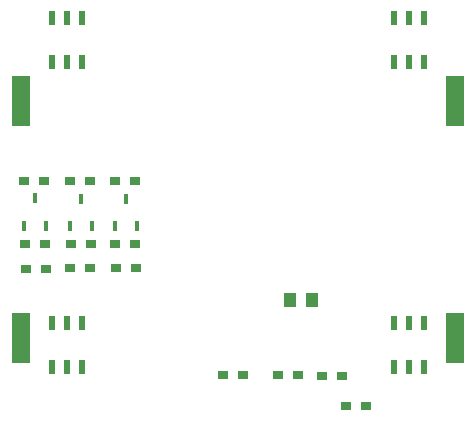
<source format=gbr>
G04 DipTrace 4.3.0.5*
G04 BottomPaste.gbr*
%MOMM*%
G04 #@! TF.FileFunction,Paste,Bot*
G04 #@! TF.Part,Single*
%ADD38R,0.55X1.3*%
%ADD50R,1.6X4.3*%
%ADD56R,0.45X0.85*%
%ADD58R,1.1X1.3*%
%ADD60R,0.9X0.8*%
%FSLAX35Y35*%
G04*
G71*
G90*
G75*
G01*
G04 BotPaste*
%LPD*%
D58*
X629000Y-1219000D3*
X439000D3*
D60*
X505000Y-1856000D3*
X335000D3*
X-130000D3*
X40000D3*
X1080000Y-2120000D3*
X910000D3*
D56*
X-1627000Y-591000D3*
X-1817000D3*
X-1722000Y-361000D3*
X-1237000Y-593000D3*
X-1427000D3*
X-1332000Y-363000D3*
X-856000Y-594000D3*
X-1046000D3*
X-951000Y-364000D3*
D60*
X-873000Y-212000D3*
X-1043000D3*
X-1641000Y-214000D3*
X-1811000D3*
X-1254000Y-216000D3*
X-1424000D3*
X-1248000Y-745000D3*
X-1418000D3*
X-1636000D3*
X-1806000D3*
X-873000Y-746000D3*
X-1043000D3*
X-861000Y-946000D3*
X-1031000D3*
X-1255000Y-953000D3*
X-1425000D3*
X-1628000Y-957000D3*
X-1798000D3*
X881000Y-1860000D3*
X711000D3*
D50*
X-1840000Y-1540000D3*
X1840000D3*
X-1840000Y465000D3*
X1840000D3*
D38*
X1323000Y791500D3*
X1450000D3*
X1577000D3*
X1323000Y1168500D3*
X1450000D3*
X1577000D3*
X-1577000Y791500D3*
X-1450000D3*
X-1323000D3*
X-1577000Y1168500D3*
X-1450000D3*
X-1323000D3*
X1323000Y-1788500D3*
X1450000D3*
X1577000D3*
X1323000Y-1411500D3*
X1450000D3*
X1577000D3*
X-1577000Y-1788500D3*
X-1450000D3*
X-1323000D3*
X-1577000Y-1411500D3*
X-1450000D3*
X-1323000D3*
M02*

</source>
